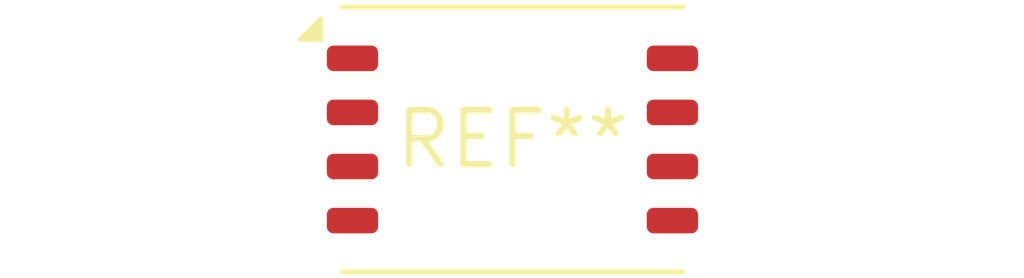
<source format=kicad_pcb>
(kicad_pcb (version 20240108) (generator pcbnew)
  (layers (0 "F.Cu" signal) (31 "B.Cu" signal) (34 "B.Paste" user) (35 "F.Paste" user) (36 "B.SilkS" user "B.Silkscreen") (37 "F.SilkS" user "F.Silkscreen") (38 "B.Mask" user) (39 "F.Mask" user) (44 "Edge.Cuts" user))
  (net 0 "")
  (footprint "LGA-8_8x6mm_P1.27mm" (layer "F.Cu") (at 0 0)
    (property "Reference" "REF**")
    (property "Value" "LGA-8_8x6mm_P1.27mm")
    (fp_line (start -4 -3.11) (end 4 -3.11) (layer "F.SilkS") (stroke (width 0.12)))
    (fp_line (start -4 3.11) (end 4 3.11) (layer "F.SilkS") (stroke (width 0.12)))
    (fp_poly (pts (xy -4.49 -2.35) (xy -4.97 -2.35) (xy -4.49 -2.83) (xy -4.49 -2.35)) (layer "F.SilkS") (stroke (width 0.12)) (fill solid))
    (pad "1" smd roundrect (at -3.75 -1.905) (size 1.2 0.6) (layers "F.Cu" "F.Paste" "F.Mask"))
    (pad "2" smd roundrect (at -3.75 -0.635) (size 1.2 0.6) (layers "F.Cu" "F.Paste" "F.Mask"))
    (pad "3" smd roundrect (at -3.75 0.635) (size 1.2 0.6) (layers "F.Cu" "F.Paste" "F.Mask"))
    (pad "4" smd roundrect (at -3.75 1.905) (size 1.2 0.6) (layers "F.Cu" "F.Paste" "F.Mask"))
    (pad "5" smd roundrect (at 3.75 1.905) (size 1.2 0.6) (layers "F.Cu" "F.Paste" "F.Mask"))
    (pad "6" smd roundrect (at 3.75 0.635) (size 1.2 0.6) (layers "F.Cu" "F.Paste" "F.Mask"))
    (pad "7" smd roundrect (at 3.75 -0.635) (size 1.2 0.6) (layers "F.Cu" "F.Paste" "F.Mask"))
    (pad "8" smd roundrect (at 3.75 -1.905) (size 1.2 0.6) (layers "F.Cu" "F.Paste" "F.Mask"))
  )
)
</source>
